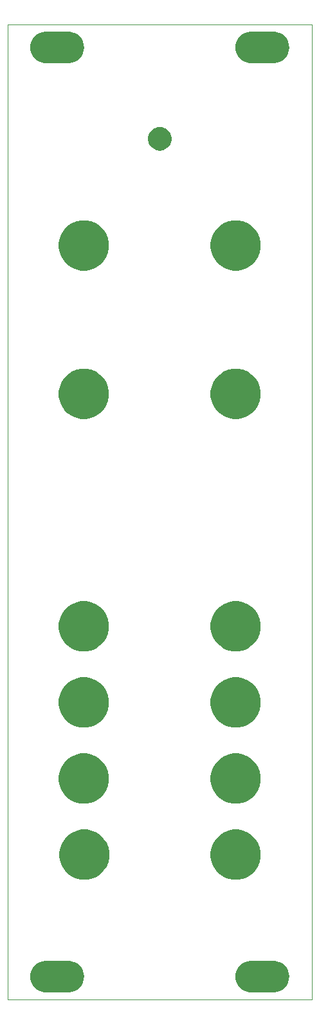
<source format=gbr>
%TF.GenerationSoftware,KiCad,Pcbnew,(5.1.5)-3*%
%TF.CreationDate,2020-04-29T20:03:56+02:00*%
%TF.ProjectId,KicadJE_Util_Faceplate_Generic,4b696361-644a-4455-9f55-74696c5f4661,rev?*%
%TF.SameCoordinates,Original*%
%TF.FileFunction,Soldermask,Bot*%
%TF.FilePolarity,Negative*%
%FSLAX46Y46*%
G04 Gerber Fmt 4.6, Leading zero omitted, Abs format (unit mm)*
G04 Created by KiCad (PCBNEW (5.1.5)-3) date 2020-04-29 20:03:56*
%MOMM*%
%LPD*%
G04 APERTURE LIST*
%ADD10C,0.050000*%
%ADD11C,0.150000*%
G04 APERTURE END LIST*
D10*
X91000000Y-164000000D02*
X91000000Y-36000000D01*
X131000000Y-164000000D02*
X91000000Y-164000000D01*
X131000000Y-36000000D02*
X131000000Y-164000000D01*
X91000000Y-36000000D02*
X131000000Y-36000000D01*
D11*
G36*
X126201189Y-158958892D02*
G01*
X126402066Y-158978677D01*
X126788681Y-159095955D01*
X126788684Y-159095956D01*
X127144983Y-159286402D01*
X127144986Y-159286404D01*
X127144987Y-159286405D01*
X127457293Y-159542707D01*
X127713595Y-159855013D01*
X127713598Y-159855017D01*
X127904044Y-160211316D01*
X127904045Y-160211319D01*
X128021323Y-160597934D01*
X128060923Y-161000000D01*
X128021323Y-161402066D01*
X127904045Y-161788681D01*
X127904044Y-161788684D01*
X127713598Y-162144983D01*
X127713596Y-162144986D01*
X127713595Y-162144987D01*
X127457293Y-162457293D01*
X127144987Y-162713595D01*
X127144983Y-162713598D01*
X126788684Y-162904044D01*
X126788681Y-162904045D01*
X126402066Y-163021323D01*
X126201189Y-163041108D01*
X126100751Y-163051000D01*
X122899249Y-163051000D01*
X122798811Y-163041108D01*
X122597934Y-163021323D01*
X122211319Y-162904045D01*
X122211316Y-162904044D01*
X121855017Y-162713598D01*
X121855013Y-162713595D01*
X121542707Y-162457293D01*
X121286405Y-162144987D01*
X121286404Y-162144986D01*
X121286402Y-162144983D01*
X121095956Y-161788684D01*
X121095955Y-161788681D01*
X120978677Y-161402066D01*
X120939077Y-161000000D01*
X120978677Y-160597934D01*
X121095955Y-160211319D01*
X121095956Y-160211316D01*
X121286402Y-159855017D01*
X121286405Y-159855013D01*
X121542707Y-159542707D01*
X121855013Y-159286405D01*
X121855014Y-159286404D01*
X121855017Y-159286402D01*
X122211316Y-159095956D01*
X122211319Y-159095955D01*
X122597934Y-158978677D01*
X122798811Y-158958892D01*
X122899249Y-158949000D01*
X126100751Y-158949000D01*
X126201189Y-158958892D01*
G37*
G36*
X99201189Y-158958892D02*
G01*
X99402066Y-158978677D01*
X99788681Y-159095955D01*
X99788684Y-159095956D01*
X100144983Y-159286402D01*
X100144986Y-159286404D01*
X100144987Y-159286405D01*
X100457293Y-159542707D01*
X100713595Y-159855013D01*
X100713598Y-159855017D01*
X100904044Y-160211316D01*
X100904045Y-160211319D01*
X101021323Y-160597934D01*
X101060923Y-161000000D01*
X101021323Y-161402066D01*
X100904045Y-161788681D01*
X100904044Y-161788684D01*
X100713598Y-162144983D01*
X100713596Y-162144986D01*
X100713595Y-162144987D01*
X100457293Y-162457293D01*
X100144987Y-162713595D01*
X100144983Y-162713598D01*
X99788684Y-162904044D01*
X99788681Y-162904045D01*
X99402066Y-163021323D01*
X99201189Y-163041108D01*
X99100751Y-163051000D01*
X95899249Y-163051000D01*
X95798811Y-163041108D01*
X95597934Y-163021323D01*
X95211319Y-162904045D01*
X95211316Y-162904044D01*
X94855017Y-162713598D01*
X94855013Y-162713595D01*
X94542707Y-162457293D01*
X94286405Y-162144987D01*
X94286404Y-162144986D01*
X94286402Y-162144983D01*
X94095956Y-161788684D01*
X94095955Y-161788681D01*
X93978677Y-161402066D01*
X93939077Y-161000000D01*
X93978677Y-160597934D01*
X94095955Y-160211319D01*
X94095956Y-160211316D01*
X94286402Y-159855017D01*
X94286405Y-159855013D01*
X94542707Y-159542707D01*
X94855013Y-159286405D01*
X94855014Y-159286404D01*
X94855017Y-159286402D01*
X95211316Y-159095956D01*
X95211319Y-159095955D01*
X95597934Y-158978677D01*
X95798811Y-158958892D01*
X95899249Y-158949000D01*
X99100751Y-158949000D01*
X99201189Y-158958892D01*
G37*
G36*
X121962865Y-141825855D02*
G01*
X122563608Y-142074691D01*
X122563610Y-142074692D01*
X123104265Y-142435946D01*
X123564054Y-142895735D01*
X123925308Y-143436390D01*
X123925309Y-143436392D01*
X124174145Y-144037135D01*
X124301000Y-144674879D01*
X124301000Y-145325121D01*
X124174145Y-145962865D01*
X123925309Y-146563608D01*
X123925308Y-146563610D01*
X123564054Y-147104265D01*
X123104265Y-147564054D01*
X122563610Y-147925308D01*
X122563609Y-147925309D01*
X122563608Y-147925309D01*
X121962865Y-148174145D01*
X121325121Y-148301000D01*
X120674879Y-148301000D01*
X120037135Y-148174145D01*
X119436392Y-147925309D01*
X119436391Y-147925309D01*
X119436390Y-147925308D01*
X118895735Y-147564054D01*
X118435946Y-147104265D01*
X118074692Y-146563610D01*
X118074691Y-146563608D01*
X117825855Y-145962865D01*
X117699000Y-145325121D01*
X117699000Y-144674879D01*
X117825855Y-144037135D01*
X118074691Y-143436392D01*
X118074692Y-143436390D01*
X118435946Y-142895735D01*
X118895735Y-142435946D01*
X119436390Y-142074692D01*
X119436392Y-142074691D01*
X120037135Y-141825855D01*
X120674879Y-141699000D01*
X121325121Y-141699000D01*
X121962865Y-141825855D01*
G37*
G36*
X102037866Y-141825855D02*
G01*
X102638609Y-142074691D01*
X102638611Y-142074692D01*
X103179266Y-142435946D01*
X103639055Y-142895735D01*
X104000309Y-143436390D01*
X104000310Y-143436392D01*
X104249146Y-144037135D01*
X104376001Y-144674879D01*
X104376001Y-145325121D01*
X104249146Y-145962865D01*
X104000310Y-146563608D01*
X104000309Y-146563610D01*
X103639055Y-147104265D01*
X103179266Y-147564054D01*
X102638611Y-147925308D01*
X102638610Y-147925309D01*
X102638609Y-147925309D01*
X102037866Y-148174145D01*
X101400122Y-148301000D01*
X100749880Y-148301000D01*
X100112136Y-148174145D01*
X99511393Y-147925309D01*
X99511392Y-147925309D01*
X99511391Y-147925308D01*
X98970736Y-147564054D01*
X98510947Y-147104265D01*
X98149693Y-146563610D01*
X98149692Y-146563608D01*
X97900856Y-145962865D01*
X97774001Y-145325121D01*
X97774001Y-144674879D01*
X97900856Y-144037135D01*
X98149692Y-143436392D01*
X98149693Y-143436390D01*
X98510947Y-142895735D01*
X98970736Y-142435946D01*
X99511391Y-142074692D01*
X99511393Y-142074691D01*
X100112136Y-141825855D01*
X100749880Y-141699000D01*
X101400122Y-141699000D01*
X102037866Y-141825855D01*
G37*
G36*
X121962865Y-131825855D02*
G01*
X122563608Y-132074691D01*
X122563610Y-132074692D01*
X123104265Y-132435946D01*
X123564054Y-132895735D01*
X123925308Y-133436390D01*
X123925309Y-133436392D01*
X124174145Y-134037135D01*
X124301000Y-134674879D01*
X124301000Y-135325121D01*
X124174145Y-135962865D01*
X123925309Y-136563608D01*
X123925308Y-136563610D01*
X123564054Y-137104265D01*
X123104265Y-137564054D01*
X122563610Y-137925308D01*
X122563609Y-137925309D01*
X122563608Y-137925309D01*
X121962865Y-138174145D01*
X121325121Y-138301000D01*
X120674879Y-138301000D01*
X120037135Y-138174145D01*
X119436392Y-137925309D01*
X119436391Y-137925309D01*
X119436390Y-137925308D01*
X118895735Y-137564054D01*
X118435946Y-137104265D01*
X118074692Y-136563610D01*
X118074691Y-136563608D01*
X117825855Y-135962865D01*
X117699000Y-135325121D01*
X117699000Y-134674879D01*
X117825855Y-134037135D01*
X118074691Y-133436392D01*
X118074692Y-133436390D01*
X118435946Y-132895735D01*
X118895735Y-132435946D01*
X119436390Y-132074692D01*
X119436392Y-132074691D01*
X120037135Y-131825855D01*
X120674879Y-131699000D01*
X121325121Y-131699000D01*
X121962865Y-131825855D01*
G37*
G36*
X101962865Y-131825855D02*
G01*
X102563608Y-132074691D01*
X102563610Y-132074692D01*
X103104265Y-132435946D01*
X103564054Y-132895735D01*
X103925308Y-133436390D01*
X103925309Y-133436392D01*
X104174145Y-134037135D01*
X104301000Y-134674879D01*
X104301000Y-135325121D01*
X104174145Y-135962865D01*
X103925309Y-136563608D01*
X103925308Y-136563610D01*
X103564054Y-137104265D01*
X103104265Y-137564054D01*
X102563610Y-137925308D01*
X102563609Y-137925309D01*
X102563608Y-137925309D01*
X101962865Y-138174145D01*
X101325121Y-138301000D01*
X100674879Y-138301000D01*
X100037135Y-138174145D01*
X99436392Y-137925309D01*
X99436391Y-137925309D01*
X99436390Y-137925308D01*
X98895735Y-137564054D01*
X98435946Y-137104265D01*
X98074692Y-136563610D01*
X98074691Y-136563608D01*
X97825855Y-135962865D01*
X97699000Y-135325121D01*
X97699000Y-134674879D01*
X97825855Y-134037135D01*
X98074691Y-133436392D01*
X98074692Y-133436390D01*
X98435946Y-132895735D01*
X98895735Y-132435946D01*
X99436390Y-132074692D01*
X99436392Y-132074691D01*
X100037135Y-131825855D01*
X100674879Y-131699000D01*
X101325121Y-131699000D01*
X101962865Y-131825855D01*
G37*
G36*
X101962865Y-121825855D02*
G01*
X102563608Y-122074691D01*
X102563610Y-122074692D01*
X103104265Y-122435946D01*
X103564054Y-122895735D01*
X103925308Y-123436390D01*
X103925309Y-123436392D01*
X104174145Y-124037135D01*
X104301000Y-124674879D01*
X104301000Y-125325121D01*
X104174145Y-125962865D01*
X103925309Y-126563608D01*
X103925308Y-126563610D01*
X103564054Y-127104265D01*
X103104265Y-127564054D01*
X102563610Y-127925308D01*
X102563609Y-127925309D01*
X102563608Y-127925309D01*
X101962865Y-128174145D01*
X101325121Y-128301000D01*
X100674879Y-128301000D01*
X100037135Y-128174145D01*
X99436392Y-127925309D01*
X99436391Y-127925309D01*
X99436390Y-127925308D01*
X98895735Y-127564054D01*
X98435946Y-127104265D01*
X98074692Y-126563610D01*
X98074691Y-126563608D01*
X97825855Y-125962865D01*
X97699000Y-125325121D01*
X97699000Y-124674879D01*
X97825855Y-124037135D01*
X98074691Y-123436392D01*
X98074692Y-123436390D01*
X98435946Y-122895735D01*
X98895735Y-122435946D01*
X99436390Y-122074692D01*
X99436392Y-122074691D01*
X100037135Y-121825855D01*
X100674879Y-121699000D01*
X101325121Y-121699000D01*
X101962865Y-121825855D01*
G37*
G36*
X121962865Y-121825855D02*
G01*
X122563608Y-122074691D01*
X122563610Y-122074692D01*
X123104265Y-122435946D01*
X123564054Y-122895735D01*
X123925308Y-123436390D01*
X123925309Y-123436392D01*
X124174145Y-124037135D01*
X124301000Y-124674879D01*
X124301000Y-125325121D01*
X124174145Y-125962865D01*
X123925309Y-126563608D01*
X123925308Y-126563610D01*
X123564054Y-127104265D01*
X123104265Y-127564054D01*
X122563610Y-127925308D01*
X122563609Y-127925309D01*
X122563608Y-127925309D01*
X121962865Y-128174145D01*
X121325121Y-128301000D01*
X120674879Y-128301000D01*
X120037135Y-128174145D01*
X119436392Y-127925309D01*
X119436391Y-127925309D01*
X119436390Y-127925308D01*
X118895735Y-127564054D01*
X118435946Y-127104265D01*
X118074692Y-126563610D01*
X118074691Y-126563608D01*
X117825855Y-125962865D01*
X117699000Y-125325121D01*
X117699000Y-124674879D01*
X117825855Y-124037135D01*
X118074691Y-123436392D01*
X118074692Y-123436390D01*
X118435946Y-122895735D01*
X118895735Y-122435946D01*
X119436390Y-122074692D01*
X119436392Y-122074691D01*
X120037135Y-121825855D01*
X120674879Y-121699000D01*
X121325121Y-121699000D01*
X121962865Y-121825855D01*
G37*
G36*
X101962865Y-111825855D02*
G01*
X102563608Y-112074691D01*
X102563610Y-112074692D01*
X103104265Y-112435946D01*
X103564054Y-112895735D01*
X103925308Y-113436390D01*
X103925309Y-113436392D01*
X104174145Y-114037135D01*
X104301000Y-114674879D01*
X104301000Y-115325121D01*
X104174145Y-115962865D01*
X103925309Y-116563608D01*
X103925308Y-116563610D01*
X103564054Y-117104265D01*
X103104265Y-117564054D01*
X102563610Y-117925308D01*
X102563609Y-117925309D01*
X102563608Y-117925309D01*
X101962865Y-118174145D01*
X101325121Y-118301000D01*
X100674879Y-118301000D01*
X100037135Y-118174145D01*
X99436392Y-117925309D01*
X99436391Y-117925309D01*
X99436390Y-117925308D01*
X98895735Y-117564054D01*
X98435946Y-117104265D01*
X98074692Y-116563610D01*
X98074691Y-116563608D01*
X97825855Y-115962865D01*
X97699000Y-115325121D01*
X97699000Y-114674879D01*
X97825855Y-114037135D01*
X98074691Y-113436392D01*
X98074692Y-113436390D01*
X98435946Y-112895735D01*
X98895735Y-112435946D01*
X99436390Y-112074692D01*
X99436392Y-112074691D01*
X100037135Y-111825855D01*
X100674879Y-111699000D01*
X101325121Y-111699000D01*
X101962865Y-111825855D01*
G37*
G36*
X121962865Y-111825855D02*
G01*
X122563608Y-112074691D01*
X122563610Y-112074692D01*
X123104265Y-112435946D01*
X123564054Y-112895735D01*
X123925308Y-113436390D01*
X123925309Y-113436392D01*
X124174145Y-114037135D01*
X124301000Y-114674879D01*
X124301000Y-115325121D01*
X124174145Y-115962865D01*
X123925309Y-116563608D01*
X123925308Y-116563610D01*
X123564054Y-117104265D01*
X123104265Y-117564054D01*
X122563610Y-117925308D01*
X122563609Y-117925309D01*
X122563608Y-117925309D01*
X121962865Y-118174145D01*
X121325121Y-118301000D01*
X120674879Y-118301000D01*
X120037135Y-118174145D01*
X119436392Y-117925309D01*
X119436391Y-117925309D01*
X119436390Y-117925308D01*
X118895735Y-117564054D01*
X118435946Y-117104265D01*
X118074692Y-116563610D01*
X118074691Y-116563608D01*
X117825855Y-115962865D01*
X117699000Y-115325121D01*
X117699000Y-114674879D01*
X117825855Y-114037135D01*
X118074691Y-113436392D01*
X118074692Y-113436390D01*
X118435946Y-112895735D01*
X118895735Y-112435946D01*
X119436390Y-112074692D01*
X119436392Y-112074691D01*
X120037135Y-111825855D01*
X120674879Y-111699000D01*
X121325121Y-111699000D01*
X121962865Y-111825855D01*
G37*
G36*
X101962865Y-81325855D02*
G01*
X102563608Y-81574691D01*
X102563610Y-81574692D01*
X103104265Y-81935946D01*
X103564054Y-82395735D01*
X103925308Y-82936390D01*
X103925309Y-82936392D01*
X104174145Y-83537135D01*
X104301000Y-84174879D01*
X104301000Y-84825121D01*
X104174145Y-85462865D01*
X103925309Y-86063608D01*
X103925308Y-86063610D01*
X103564054Y-86604265D01*
X103104265Y-87064054D01*
X102563610Y-87425308D01*
X102563609Y-87425309D01*
X102563608Y-87425309D01*
X101962865Y-87674145D01*
X101325121Y-87801000D01*
X100674879Y-87801000D01*
X100037135Y-87674145D01*
X99436392Y-87425309D01*
X99436391Y-87425309D01*
X99436390Y-87425308D01*
X98895735Y-87064054D01*
X98435946Y-86604265D01*
X98074692Y-86063610D01*
X98074691Y-86063608D01*
X97825855Y-85462865D01*
X97699000Y-84825121D01*
X97699000Y-84174879D01*
X97825855Y-83537135D01*
X98074691Y-82936392D01*
X98074692Y-82936390D01*
X98435946Y-82395735D01*
X98895735Y-81935946D01*
X99436390Y-81574692D01*
X99436392Y-81574691D01*
X100037135Y-81325855D01*
X100674879Y-81199000D01*
X101325121Y-81199000D01*
X101962865Y-81325855D01*
G37*
G36*
X121962865Y-81325855D02*
G01*
X122563608Y-81574691D01*
X122563610Y-81574692D01*
X123104265Y-81935946D01*
X123564054Y-82395735D01*
X123925308Y-82936390D01*
X123925309Y-82936392D01*
X124174145Y-83537135D01*
X124301000Y-84174879D01*
X124301000Y-84825121D01*
X124174145Y-85462865D01*
X123925309Y-86063608D01*
X123925308Y-86063610D01*
X123564054Y-86604265D01*
X123104265Y-87064054D01*
X122563610Y-87425308D01*
X122563609Y-87425309D01*
X122563608Y-87425309D01*
X121962865Y-87674145D01*
X121325121Y-87801000D01*
X120674879Y-87801000D01*
X120037135Y-87674145D01*
X119436392Y-87425309D01*
X119436391Y-87425309D01*
X119436390Y-87425308D01*
X118895735Y-87064054D01*
X118435946Y-86604265D01*
X118074692Y-86063610D01*
X118074691Y-86063608D01*
X117825855Y-85462865D01*
X117699000Y-84825121D01*
X117699000Y-84174879D01*
X117825855Y-83537135D01*
X118074691Y-82936392D01*
X118074692Y-82936390D01*
X118435946Y-82395735D01*
X118895735Y-81935946D01*
X119436390Y-81574692D01*
X119436392Y-81574691D01*
X120037135Y-81325855D01*
X120674879Y-81199000D01*
X121325121Y-81199000D01*
X121962865Y-81325855D01*
G37*
G36*
X101962865Y-61825855D02*
G01*
X102563608Y-62074691D01*
X102563610Y-62074692D01*
X103104265Y-62435946D01*
X103564054Y-62895735D01*
X103925308Y-63436390D01*
X103925309Y-63436392D01*
X104174145Y-64037135D01*
X104301000Y-64674879D01*
X104301000Y-65325121D01*
X104174145Y-65962865D01*
X103925309Y-66563608D01*
X103925308Y-66563610D01*
X103564054Y-67104265D01*
X103104265Y-67564054D01*
X102563610Y-67925308D01*
X102563609Y-67925309D01*
X102563608Y-67925309D01*
X101962865Y-68174145D01*
X101325121Y-68301000D01*
X100674879Y-68301000D01*
X100037135Y-68174145D01*
X99436392Y-67925309D01*
X99436391Y-67925309D01*
X99436390Y-67925308D01*
X98895735Y-67564054D01*
X98435946Y-67104265D01*
X98074692Y-66563610D01*
X98074691Y-66563608D01*
X97825855Y-65962865D01*
X97699000Y-65325121D01*
X97699000Y-64674879D01*
X97825855Y-64037135D01*
X98074691Y-63436392D01*
X98074692Y-63436390D01*
X98435946Y-62895735D01*
X98895735Y-62435946D01*
X99436390Y-62074692D01*
X99436392Y-62074691D01*
X100037135Y-61825855D01*
X100674879Y-61699000D01*
X101325121Y-61699000D01*
X101962865Y-61825855D01*
G37*
G36*
X121962865Y-61825855D02*
G01*
X122563608Y-62074691D01*
X122563610Y-62074692D01*
X123104265Y-62435946D01*
X123564054Y-62895735D01*
X123925308Y-63436390D01*
X123925309Y-63436392D01*
X124174145Y-64037135D01*
X124301000Y-64674879D01*
X124301000Y-65325121D01*
X124174145Y-65962865D01*
X123925309Y-66563608D01*
X123925308Y-66563610D01*
X123564054Y-67104265D01*
X123104265Y-67564054D01*
X122563610Y-67925308D01*
X122563609Y-67925309D01*
X122563608Y-67925309D01*
X121962865Y-68174145D01*
X121325121Y-68301000D01*
X120674879Y-68301000D01*
X120037135Y-68174145D01*
X119436392Y-67925309D01*
X119436391Y-67925309D01*
X119436390Y-67925308D01*
X118895735Y-67564054D01*
X118435946Y-67104265D01*
X118074692Y-66563610D01*
X118074691Y-66563608D01*
X117825855Y-65962865D01*
X117699000Y-65325121D01*
X117699000Y-64674879D01*
X117825855Y-64037135D01*
X118074691Y-63436392D01*
X118074692Y-63436390D01*
X118435946Y-62895735D01*
X118895735Y-62435946D01*
X119436390Y-62074692D01*
X119436392Y-62074691D01*
X120037135Y-61825855D01*
X120674879Y-61699000D01*
X121325121Y-61699000D01*
X121962865Y-61825855D01*
G37*
G36*
X111302585Y-49478802D02*
G01*
X111452410Y-49508604D01*
X111734674Y-49625521D01*
X111988705Y-49795259D01*
X112204741Y-50011295D01*
X112374479Y-50265326D01*
X112491396Y-50547590D01*
X112551000Y-50847240D01*
X112551000Y-51152760D01*
X112491396Y-51452410D01*
X112374479Y-51734674D01*
X112204741Y-51988705D01*
X111988705Y-52204741D01*
X111734674Y-52374479D01*
X111452410Y-52491396D01*
X111302585Y-52521198D01*
X111152761Y-52551000D01*
X110847239Y-52551000D01*
X110697415Y-52521198D01*
X110547590Y-52491396D01*
X110265326Y-52374479D01*
X110011295Y-52204741D01*
X109795259Y-51988705D01*
X109625521Y-51734674D01*
X109508604Y-51452410D01*
X109449000Y-51152760D01*
X109449000Y-50847240D01*
X109508604Y-50547590D01*
X109625521Y-50265326D01*
X109795259Y-50011295D01*
X110011295Y-49795259D01*
X110265326Y-49625521D01*
X110547590Y-49508604D01*
X110697415Y-49478802D01*
X110847239Y-49449000D01*
X111152761Y-49449000D01*
X111302585Y-49478802D01*
G37*
G36*
X99201189Y-36958892D02*
G01*
X99402066Y-36978677D01*
X99788681Y-37095955D01*
X99788684Y-37095956D01*
X100144983Y-37286402D01*
X100144986Y-37286404D01*
X100144987Y-37286405D01*
X100457293Y-37542707D01*
X100713595Y-37855013D01*
X100713598Y-37855017D01*
X100904044Y-38211316D01*
X100904045Y-38211319D01*
X101021323Y-38597934D01*
X101060923Y-39000000D01*
X101021323Y-39402066D01*
X100904045Y-39788681D01*
X100904044Y-39788684D01*
X100713598Y-40144983D01*
X100713596Y-40144986D01*
X100713595Y-40144987D01*
X100457293Y-40457293D01*
X100144987Y-40713595D01*
X100144983Y-40713598D01*
X99788684Y-40904044D01*
X99788681Y-40904045D01*
X99402066Y-41021323D01*
X99201189Y-41041108D01*
X99100751Y-41051000D01*
X95899249Y-41051000D01*
X95798811Y-41041108D01*
X95597934Y-41021323D01*
X95211319Y-40904045D01*
X95211316Y-40904044D01*
X94855017Y-40713598D01*
X94855013Y-40713595D01*
X94542707Y-40457293D01*
X94286405Y-40144987D01*
X94286404Y-40144986D01*
X94286402Y-40144983D01*
X94095956Y-39788684D01*
X94095955Y-39788681D01*
X93978677Y-39402066D01*
X93939077Y-39000000D01*
X93978677Y-38597934D01*
X94095955Y-38211319D01*
X94095956Y-38211316D01*
X94286402Y-37855017D01*
X94286405Y-37855013D01*
X94542707Y-37542707D01*
X94855013Y-37286405D01*
X94855014Y-37286404D01*
X94855017Y-37286402D01*
X95211316Y-37095956D01*
X95211319Y-37095955D01*
X95597934Y-36978677D01*
X95798811Y-36958892D01*
X95899249Y-36949000D01*
X99100751Y-36949000D01*
X99201189Y-36958892D01*
G37*
G36*
X126201189Y-36958892D02*
G01*
X126402066Y-36978677D01*
X126788681Y-37095955D01*
X126788684Y-37095956D01*
X127144983Y-37286402D01*
X127144986Y-37286404D01*
X127144987Y-37286405D01*
X127457293Y-37542707D01*
X127713595Y-37855013D01*
X127713598Y-37855017D01*
X127904044Y-38211316D01*
X127904045Y-38211319D01*
X128021323Y-38597934D01*
X128060923Y-39000000D01*
X128021323Y-39402066D01*
X127904045Y-39788681D01*
X127904044Y-39788684D01*
X127713598Y-40144983D01*
X127713596Y-40144986D01*
X127713595Y-40144987D01*
X127457293Y-40457293D01*
X127144987Y-40713595D01*
X127144983Y-40713598D01*
X126788684Y-40904044D01*
X126788681Y-40904045D01*
X126402066Y-41021323D01*
X126201189Y-41041108D01*
X126100751Y-41051000D01*
X122899249Y-41051000D01*
X122798811Y-41041108D01*
X122597934Y-41021323D01*
X122211319Y-40904045D01*
X122211316Y-40904044D01*
X121855017Y-40713598D01*
X121855013Y-40713595D01*
X121542707Y-40457293D01*
X121286405Y-40144987D01*
X121286404Y-40144986D01*
X121286402Y-40144983D01*
X121095956Y-39788684D01*
X121095955Y-39788681D01*
X120978677Y-39402066D01*
X120939077Y-39000000D01*
X120978677Y-38597934D01*
X121095955Y-38211319D01*
X121095956Y-38211316D01*
X121286402Y-37855017D01*
X121286405Y-37855013D01*
X121542707Y-37542707D01*
X121855013Y-37286405D01*
X121855014Y-37286404D01*
X121855017Y-37286402D01*
X122211316Y-37095956D01*
X122211319Y-37095955D01*
X122597934Y-36978677D01*
X122798811Y-36958892D01*
X122899249Y-36949000D01*
X126100751Y-36949000D01*
X126201189Y-36958892D01*
G37*
M02*

</source>
